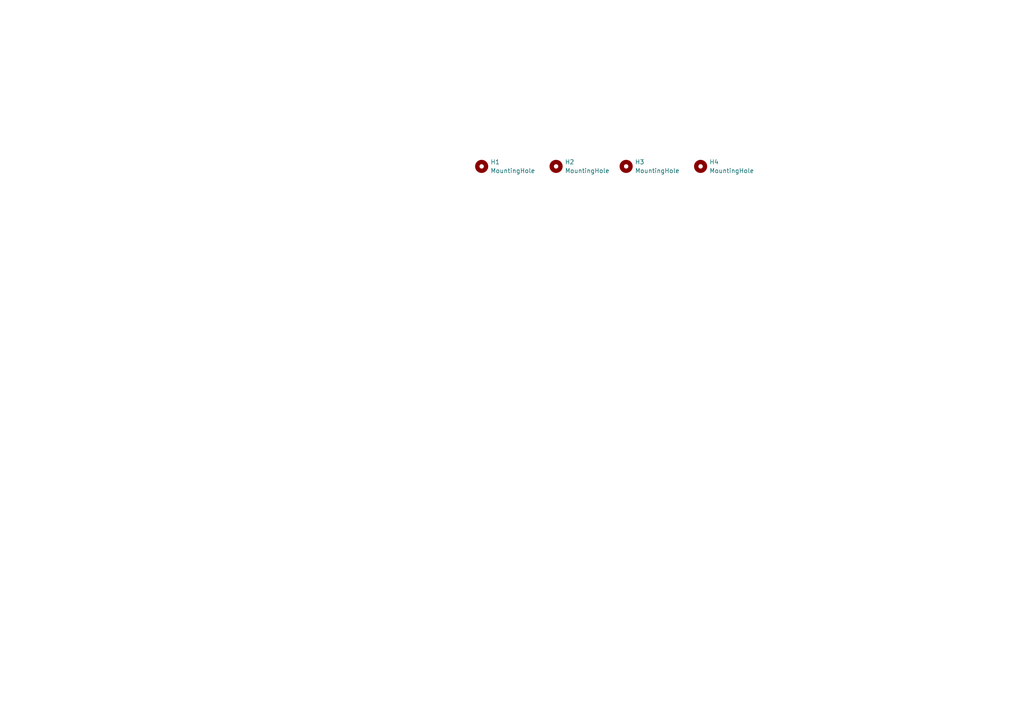
<source format=kicad_sch>
(kicad_sch (version 20231120) (generator "eeschema") (generator_version "8.0")
  (paper "A4")
  (lib_symbols
    (symbol "Mechanical:MountingHole" (pin_names (offset 1.016)) (exclude_from_sim yes) (in_bom no)
      (property "Reference" "H" (at 0 5.08 0))
      (property "Value" "MountingHole" (at 0 3.175 0))
      (symbol "MountingHole_0_1"
        (circle (center 0 0) (radius 1.27) (stroke (width 1.27)))
      )
    )
  )
  (symbol (lib_id "Mechanical:MountingHole") (at 139.7 48.26 0) (unit 1) (exclude_from_sim yes) (in_bom no)
    (property "Reference" "H1" (at 142.24 46.9899 0) (effects (justify left)))
    (property "Value" "MountingHole" (at 142.24 49.5299 0) (effects (justify left)))
    (property "Footprint" "MountingHole:MountingHole_3.2mm_M3_DIN965" (effects (hide yes)))
    (property "Description" "Mounting Hole without connection" (effects (hide yes)))
  )
  (symbol (lib_id "Mechanical:MountingHole") (at 181.61 48.26 0) (unit 1) (exclude_from_sim yes) (in_bom no)
    (property "Reference" "H3" (at 184.15 46.9899 0) (effects (justify left)))
    (property "Value" "MountingHole" (at 184.15 49.5299 0) (effects (justify left)))
    (property "Footprint" "MountingHole:MountingHole_3.2mm_M3_DIN965" (effects (hide yes)))
    (property "Description" "Mounting Hole without connection" (effects (hide yes)))
  )
  (symbol (lib_id "Mechanical:MountingHole") (at 203.2 48.26 0) (unit 1) (exclude_from_sim yes) (in_bom no)
    (property "Reference" "H4" (at 205.74 46.9899 0) (effects (justify left)))
    (property "Value" "MountingHole" (at 205.74 49.5299 0) (effects (justify left)))
    (property "Footprint" "MountingHole:MountingHole_3.2mm_M3_DIN965" (effects (hide yes)))
    (property "Description" "Mounting Hole without connection" (effects (hide yes)))
  )
  (symbol (lib_id "Mechanical:MountingHole") (at 161.29 48.26 0) (unit 1) (exclude_from_sim yes) (in_bom no)
    (property "Reference" "H2" (at 163.83 46.9899 0) (effects (justify left)))
    (property "Value" "MountingHole" (at 163.83 49.5299 0) (effects (justify left)))
    (property "Footprint" "MountingHole:MountingHole_3.2mm_M3_DIN965" (effects (hide yes)))
    (property "Description" "Mounting Hole without connection" (effects (hide yes)))
  )
)
</source>
